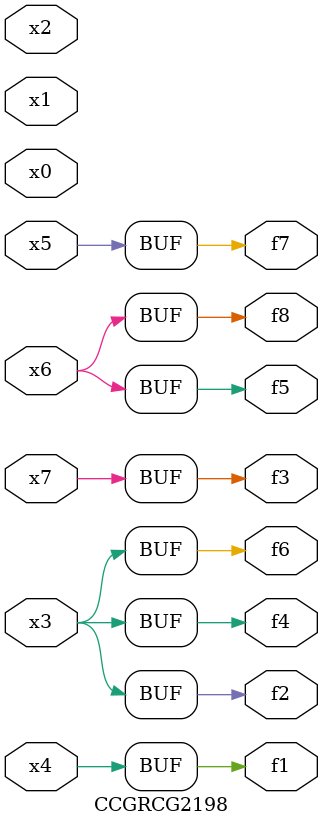
<source format=v>
module CCGRCG2198(
	input x0, x1, x2, x3, x4, x5, x6, x7,
	output f1, f2, f3, f4, f5, f6, f7, f8
);
	assign f1 = x4;
	assign f2 = x3;
	assign f3 = x7;
	assign f4 = x3;
	assign f5 = x6;
	assign f6 = x3;
	assign f7 = x5;
	assign f8 = x6;
endmodule

</source>
